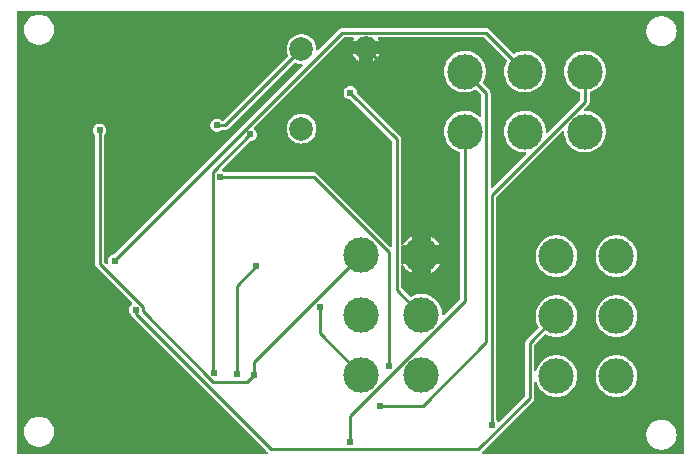
<source format=gbl>
G04 Layer: BottomLayer*
G04 EasyEDA v6.5.46, 2025-07-23 17:18:39*
G04 4d1536246bbc4f27acf5b42e0466264c,7be8f16a26344db1bf46185b0a727cd7,10*
G04 Gerber Generator version 0.2*
G04 Scale: 100 percent, Rotated: No, Reflected: No *
G04 Dimensions in millimeters *
G04 leading zeros omitted , absolute positions ,4 integer and 5 decimal *
%FSLAX45Y45*%
%MOMM*%

%ADD10C,0.2540*%
%ADD11C,2.0000*%
%ADD12C,3.0000*%
%ADD13C,0.6100*%

%LPD*%
G36*
X736092Y2325878D02*
G01*
X732180Y2326690D01*
X728878Y2328875D01*
X726694Y2332177D01*
X725932Y2336038D01*
X725932Y6063894D01*
X726694Y6067806D01*
X728878Y6071108D01*
X732180Y6073292D01*
X736092Y6074054D01*
X6363919Y6074054D01*
X6367830Y6073292D01*
X6371082Y6071108D01*
X6373317Y6067806D01*
X6374079Y6063894D01*
X6374079Y2336038D01*
X6373317Y2332177D01*
X6371082Y2328875D01*
X6367830Y2326690D01*
X6363919Y2325878D01*
X4671212Y2325878D01*
X4667300Y2326690D01*
X4663998Y2328875D01*
X4661814Y2332177D01*
X4661052Y2336038D01*
X4661814Y2339949D01*
X4663998Y2343251D01*
X5096560Y2775813D01*
X5101691Y2782011D01*
X5105247Y2788716D01*
X5107432Y2795930D01*
X5108244Y2803956D01*
X5108244Y2929229D01*
X5109006Y2933192D01*
X5111292Y2936544D01*
X5114747Y2938729D01*
X5118709Y2939389D01*
X5122672Y2938475D01*
X5125923Y2936036D01*
X5127955Y2932582D01*
X5132984Y2918256D01*
X5140655Y2901848D01*
X5149951Y2886303D01*
X5160822Y2871825D01*
X5173116Y2858516D01*
X5186730Y2846578D01*
X5201513Y2836062D01*
X5217261Y2827172D01*
X5233873Y2819908D01*
X5251094Y2814421D01*
X5268823Y2810713D01*
X5286857Y2808833D01*
X5304942Y2808833D01*
X5322976Y2810713D01*
X5340705Y2814421D01*
X5357926Y2819908D01*
X5374538Y2827172D01*
X5390286Y2836062D01*
X5405069Y2846578D01*
X5418683Y2858516D01*
X5430977Y2871825D01*
X5441848Y2886303D01*
X5451144Y2901848D01*
X5458815Y2918256D01*
X5464810Y2935325D01*
X5468924Y2952953D01*
X5471261Y2970936D01*
X5471718Y2989021D01*
X5470347Y3007106D01*
X5467096Y3024886D01*
X5462016Y3042310D01*
X5455208Y3059074D01*
X5446674Y3075025D01*
X5436565Y3090062D01*
X5424982Y3103981D01*
X5412028Y3116630D01*
X5397804Y3127857D01*
X5382514Y3137560D01*
X5366359Y3145688D01*
X5349392Y3152038D01*
X5331866Y3156661D01*
X5313984Y3159455D01*
X5295900Y3160369D01*
X5277815Y3159455D01*
X5259933Y3156661D01*
X5242407Y3152038D01*
X5225440Y3145688D01*
X5209286Y3137560D01*
X5193995Y3127857D01*
X5179771Y3116630D01*
X5166817Y3103981D01*
X5155234Y3090062D01*
X5145125Y3075025D01*
X5136591Y3059074D01*
X5129784Y3042310D01*
X5128158Y3036671D01*
X5126228Y3033014D01*
X5122976Y3030474D01*
X5119014Y3029356D01*
X5114950Y3029966D01*
X5111445Y3032099D01*
X5109057Y3035503D01*
X5108244Y3039516D01*
X5108244Y3246018D01*
X5109006Y3249879D01*
X5111191Y3253181D01*
X5196433Y3338423D01*
X5200091Y3340760D01*
X5204409Y3341370D01*
X5208574Y3340049D01*
X5217261Y3335172D01*
X5233873Y3327908D01*
X5251094Y3322421D01*
X5268823Y3318713D01*
X5286857Y3316833D01*
X5304942Y3316833D01*
X5322976Y3318713D01*
X5340705Y3322421D01*
X5357926Y3327908D01*
X5374538Y3335172D01*
X5390286Y3344062D01*
X5405069Y3354578D01*
X5418683Y3366515D01*
X5430977Y3379825D01*
X5441848Y3394303D01*
X5451144Y3409848D01*
X5458815Y3426256D01*
X5464810Y3443325D01*
X5468924Y3460953D01*
X5471261Y3478936D01*
X5471718Y3497021D01*
X5470347Y3515106D01*
X5467096Y3532886D01*
X5462016Y3550310D01*
X5455208Y3567074D01*
X5446674Y3583025D01*
X5436565Y3598062D01*
X5424982Y3611981D01*
X5412028Y3624630D01*
X5397804Y3635857D01*
X5382514Y3645560D01*
X5366359Y3653688D01*
X5349392Y3660038D01*
X5331866Y3664661D01*
X5313984Y3667455D01*
X5295900Y3668369D01*
X5277815Y3667455D01*
X5259933Y3664661D01*
X5242407Y3660038D01*
X5225440Y3653688D01*
X5209286Y3645560D01*
X5193995Y3635857D01*
X5179771Y3624630D01*
X5166817Y3611981D01*
X5155234Y3598062D01*
X5145125Y3583025D01*
X5136591Y3567074D01*
X5129784Y3550310D01*
X5124704Y3532886D01*
X5121452Y3515106D01*
X5120081Y3497021D01*
X5120538Y3478936D01*
X5122875Y3460953D01*
X5126990Y3443325D01*
X5132984Y3426256D01*
X5140655Y3409848D01*
X5143296Y3405378D01*
X5144719Y3401161D01*
X5144160Y3396742D01*
X5141772Y3392982D01*
X5042662Y3293872D01*
X5037531Y3287623D01*
X5033975Y3280968D01*
X5031790Y3273755D01*
X5031028Y3265728D01*
X5031028Y2823667D01*
X5030216Y2819755D01*
X5028031Y2816453D01*
X4811369Y2599791D01*
X4807661Y2597454D01*
X4803292Y2596845D01*
X4799076Y2598166D01*
X4795875Y2601163D01*
X4790795Y2608427D01*
X4789170Y2610002D01*
X4786985Y2613304D01*
X4786223Y2617216D01*
X4786223Y4496663D01*
X4786985Y4500524D01*
X4789170Y4503826D01*
X5344210Y5058867D01*
X5347512Y5061051D01*
X5351373Y5061813D01*
X5355285Y5061051D01*
X5358587Y5058867D01*
X5360771Y5055565D01*
X5361533Y5051653D01*
X5361533Y5045557D01*
X5363413Y5027523D01*
X5367121Y5009794D01*
X5372608Y4992573D01*
X5379872Y4975961D01*
X5388762Y4960213D01*
X5399278Y4945430D01*
X5411216Y4931816D01*
X5424525Y4919522D01*
X5439003Y4908651D01*
X5454548Y4899355D01*
X5470956Y4891684D01*
X5488025Y4885690D01*
X5505653Y4881575D01*
X5523636Y4879238D01*
X5541721Y4878781D01*
X5559806Y4880152D01*
X5577586Y4883404D01*
X5595010Y4888484D01*
X5611774Y4895291D01*
X5627725Y4903825D01*
X5642762Y4913934D01*
X5656681Y4925517D01*
X5669330Y4938471D01*
X5680557Y4952695D01*
X5690260Y4967986D01*
X5698388Y4984140D01*
X5704738Y5001107D01*
X5709361Y5018633D01*
X5712155Y5036515D01*
X5713069Y5054600D01*
X5712155Y5072684D01*
X5709361Y5090566D01*
X5704738Y5108092D01*
X5698388Y5125059D01*
X5690260Y5141214D01*
X5680557Y5156504D01*
X5669330Y5170728D01*
X5656681Y5183682D01*
X5642762Y5195265D01*
X5627725Y5205374D01*
X5611774Y5213908D01*
X5595010Y5220716D01*
X5577586Y5225796D01*
X5559806Y5229047D01*
X5541721Y5230418D01*
X5536590Y5231079D01*
X5533186Y5233263D01*
X5530951Y5236565D01*
X5530088Y5240477D01*
X5530850Y5244388D01*
X5533085Y5247741D01*
X5564174Y5278831D01*
X5569254Y5285028D01*
X5572810Y5291734D01*
X5575046Y5298948D01*
X5575808Y5306974D01*
X5575808Y5383276D01*
X5576722Y5387492D01*
X5579313Y5390946D01*
X5583123Y5393029D01*
X5595010Y5396484D01*
X5611774Y5403291D01*
X5627725Y5411825D01*
X5642762Y5421934D01*
X5656681Y5433517D01*
X5669330Y5446471D01*
X5680557Y5460695D01*
X5690260Y5475986D01*
X5698388Y5492140D01*
X5704738Y5509107D01*
X5709361Y5526633D01*
X5712155Y5544515D01*
X5713069Y5562600D01*
X5712155Y5580684D01*
X5709361Y5598566D01*
X5704738Y5616092D01*
X5698388Y5633059D01*
X5690260Y5649214D01*
X5680557Y5664504D01*
X5669330Y5678728D01*
X5656681Y5691682D01*
X5642762Y5703265D01*
X5627725Y5713374D01*
X5611774Y5721908D01*
X5595010Y5728716D01*
X5577586Y5733796D01*
X5559806Y5737047D01*
X5541721Y5738418D01*
X5523636Y5737961D01*
X5505653Y5735624D01*
X5488025Y5731510D01*
X5470956Y5725515D01*
X5454548Y5717844D01*
X5439003Y5708548D01*
X5424525Y5697677D01*
X5411216Y5685383D01*
X5399278Y5671769D01*
X5388762Y5656986D01*
X5379872Y5641238D01*
X5372608Y5624626D01*
X5367121Y5607405D01*
X5363413Y5589676D01*
X5361533Y5571642D01*
X5361533Y5553557D01*
X5363413Y5535523D01*
X5367121Y5517794D01*
X5372608Y5500573D01*
X5379872Y5483961D01*
X5388762Y5468213D01*
X5399278Y5453430D01*
X5411216Y5439816D01*
X5424525Y5427522D01*
X5439003Y5416651D01*
X5454548Y5407355D01*
X5470956Y5399684D01*
X5488025Y5393690D01*
X5490768Y5393080D01*
X5494832Y5391099D01*
X5497576Y5387594D01*
X5498592Y5383174D01*
X5498592Y5326684D01*
X5497830Y5322773D01*
X5495594Y5319471D01*
X5222392Y5046268D01*
X5219039Y5044033D01*
X5215026Y5043271D01*
X5211064Y5044135D01*
X5207762Y5046522D01*
X5205679Y5049977D01*
X5205069Y5054600D01*
X5204155Y5072684D01*
X5201361Y5090566D01*
X5196738Y5108092D01*
X5190388Y5125059D01*
X5182260Y5141214D01*
X5172557Y5156504D01*
X5161330Y5170728D01*
X5148681Y5183682D01*
X5134762Y5195265D01*
X5119725Y5205374D01*
X5103774Y5213908D01*
X5087010Y5220716D01*
X5069586Y5225796D01*
X5051806Y5229047D01*
X5033721Y5230418D01*
X5015636Y5229961D01*
X4997653Y5227624D01*
X4980025Y5223510D01*
X4962956Y5217515D01*
X4946548Y5209844D01*
X4931003Y5200548D01*
X4916525Y5189677D01*
X4903216Y5177383D01*
X4891278Y5163769D01*
X4880762Y5148986D01*
X4871872Y5133238D01*
X4864608Y5116626D01*
X4859121Y5099405D01*
X4855413Y5081676D01*
X4853533Y5063642D01*
X4853533Y5045557D01*
X4855413Y5027523D01*
X4859121Y5009794D01*
X4864608Y4992573D01*
X4871872Y4975961D01*
X4880762Y4960213D01*
X4891278Y4945430D01*
X4903216Y4931816D01*
X4916525Y4919522D01*
X4931003Y4908651D01*
X4946548Y4899355D01*
X4962956Y4891684D01*
X4980025Y4885690D01*
X4997653Y4881575D01*
X5015636Y4879238D01*
X5030724Y4878832D01*
X5034534Y4877968D01*
X5037734Y4875733D01*
X5039868Y4872431D01*
X5040630Y4868621D01*
X5039817Y4864760D01*
X5037632Y4861509D01*
X4755235Y4579112D01*
X4751984Y4576927D01*
X4748072Y4576165D01*
X4744212Y4576927D01*
X4740910Y4579112D01*
X4738674Y4582414D01*
X4737912Y4586325D01*
X4737912Y5383987D01*
X4737150Y5392013D01*
X4734915Y5399227D01*
X4731359Y5405932D01*
X4726279Y5412130D01*
X4675428Y5462981D01*
X4673447Y5465775D01*
X4672533Y5469026D01*
X4672736Y5472430D01*
X4674260Y5475986D01*
X4682388Y5492140D01*
X4688738Y5509107D01*
X4693361Y5526633D01*
X4696155Y5544515D01*
X4697069Y5562600D01*
X4696155Y5580684D01*
X4693361Y5598566D01*
X4688738Y5616092D01*
X4682388Y5633059D01*
X4674260Y5649214D01*
X4664557Y5664504D01*
X4653330Y5678728D01*
X4640681Y5691682D01*
X4626762Y5703265D01*
X4611725Y5713374D01*
X4595774Y5721908D01*
X4579010Y5728716D01*
X4561586Y5733796D01*
X4543806Y5737047D01*
X4525721Y5738418D01*
X4507636Y5737961D01*
X4489653Y5735624D01*
X4472025Y5731510D01*
X4454956Y5725515D01*
X4438548Y5717844D01*
X4423003Y5708548D01*
X4408525Y5697677D01*
X4395216Y5685383D01*
X4383278Y5671769D01*
X4372762Y5656986D01*
X4363872Y5641238D01*
X4356608Y5624626D01*
X4351121Y5607405D01*
X4347413Y5589676D01*
X4345533Y5571642D01*
X4345533Y5553557D01*
X4347413Y5535523D01*
X4351121Y5517794D01*
X4356608Y5500573D01*
X4363872Y5483961D01*
X4372762Y5468213D01*
X4383278Y5453430D01*
X4395216Y5439816D01*
X4408525Y5427522D01*
X4423003Y5416651D01*
X4438548Y5407355D01*
X4454956Y5399684D01*
X4472025Y5393690D01*
X4489653Y5389575D01*
X4507636Y5387238D01*
X4525721Y5386781D01*
X4543806Y5388152D01*
X4561586Y5391404D01*
X4579010Y5396484D01*
X4595774Y5403291D01*
X4608779Y5410250D01*
X4612894Y5411419D01*
X4617161Y5410758D01*
X4620768Y5408422D01*
X4657699Y5371490D01*
X4659934Y5368188D01*
X4660696Y5364276D01*
X4660696Y5188102D01*
X4659934Y5184241D01*
X4657699Y5180888D01*
X4654346Y5178704D01*
X4650435Y5177942D01*
X4646574Y5178806D01*
X4643272Y5181041D01*
X4640681Y5183682D01*
X4626762Y5195265D01*
X4611725Y5205374D01*
X4595774Y5213908D01*
X4579010Y5220716D01*
X4561586Y5225796D01*
X4543806Y5229047D01*
X4525721Y5230418D01*
X4507636Y5229961D01*
X4489653Y5227624D01*
X4472025Y5223510D01*
X4454956Y5217515D01*
X4438548Y5209844D01*
X4423003Y5200548D01*
X4408525Y5189677D01*
X4395216Y5177383D01*
X4383278Y5163769D01*
X4372762Y5148986D01*
X4363872Y5133238D01*
X4356608Y5116626D01*
X4351121Y5099405D01*
X4347413Y5081676D01*
X4345533Y5063642D01*
X4345533Y5045557D01*
X4347413Y5027523D01*
X4351121Y5009794D01*
X4356608Y4992573D01*
X4363872Y4975961D01*
X4372762Y4960213D01*
X4383278Y4945430D01*
X4395216Y4931816D01*
X4408525Y4919522D01*
X4423003Y4908651D01*
X4438548Y4899355D01*
X4454956Y4891684D01*
X4472025Y4885690D01*
X4474768Y4885080D01*
X4478832Y4883099D01*
X4481576Y4879594D01*
X4482592Y4875174D01*
X4482592Y3641801D01*
X4481830Y3637889D01*
X4479594Y3634587D01*
X4346041Y3501034D01*
X4342688Y3498799D01*
X4338777Y3498037D01*
X4334865Y3498850D01*
X4331563Y3501136D01*
X4329379Y3504539D01*
X4328718Y3509721D01*
X4327347Y3527806D01*
X4324096Y3545586D01*
X4319016Y3563010D01*
X4312208Y3579774D01*
X4303674Y3595725D01*
X4293565Y3610762D01*
X4281982Y3624681D01*
X4269028Y3637330D01*
X4254804Y3648557D01*
X4239514Y3658260D01*
X4223359Y3666388D01*
X4206392Y3672738D01*
X4188866Y3677361D01*
X4170984Y3680155D01*
X4152900Y3681069D01*
X4134815Y3680155D01*
X4116933Y3677361D01*
X4099407Y3672738D01*
X4082440Y3666388D01*
X4065879Y3658057D01*
X4062729Y3656736D01*
X4059326Y3656533D01*
X4056075Y3657447D01*
X4053281Y3659428D01*
X3984447Y3728262D01*
X3982262Y3731564D01*
X3981500Y3735425D01*
X3981500Y3920794D01*
X3982415Y3925062D01*
X3985056Y3928567D01*
X3988917Y3930599D01*
X3993286Y3930802D01*
X3997350Y3929176D01*
X4000347Y3926027D01*
X4006951Y3915003D01*
X4017822Y3900525D01*
X4030116Y3887215D01*
X4043730Y3875278D01*
X4058513Y3864762D01*
X4071569Y3857396D01*
X4071569Y3931869D01*
X3991660Y3931869D01*
X3987749Y3932631D01*
X3984447Y3934815D01*
X3982262Y3938117D01*
X3981500Y3942029D01*
X3981500Y4084370D01*
X3982262Y4088282D01*
X3984447Y4091584D01*
X3987749Y4093768D01*
X3991660Y4094530D01*
X4071569Y4094530D01*
X4071569Y4168901D01*
X4066286Y4166260D01*
X4050995Y4156557D01*
X4036771Y4145330D01*
X4023817Y4132681D01*
X4012234Y4118762D01*
X4002125Y4103725D01*
X4000601Y4100931D01*
X3997706Y4097578D01*
X3993642Y4095750D01*
X3989171Y4095851D01*
X3985209Y4097832D01*
X3982465Y4101388D01*
X3981500Y4105706D01*
X3981500Y4991658D01*
X3980687Y4999685D01*
X3978503Y5006898D01*
X3974947Y5013604D01*
X3969816Y5019802D01*
X3609340Y5380278D01*
X3607308Y5383174D01*
X3606393Y5386578D01*
X3605682Y5394655D01*
X3603142Y5404154D01*
X3599027Y5413044D01*
X3593388Y5421071D01*
X3586429Y5428030D01*
X3578351Y5433669D01*
X3569462Y5437835D01*
X3559962Y5440375D01*
X3550208Y5441238D01*
X3540404Y5440375D01*
X3530904Y5437835D01*
X3522014Y5433669D01*
X3513937Y5428030D01*
X3507028Y5421071D01*
X3501390Y5413044D01*
X3497224Y5404154D01*
X3494684Y5394655D01*
X3493820Y5384850D01*
X3494684Y5375046D01*
X3497224Y5365546D01*
X3501390Y5356656D01*
X3507028Y5348630D01*
X3513937Y5341670D01*
X3522014Y5336032D01*
X3530904Y5331866D01*
X3540404Y5329326D01*
X3548430Y5328615D01*
X3551834Y5327700D01*
X3554729Y5325719D01*
X3901287Y4979162D01*
X3903472Y4975860D01*
X3904284Y4971948D01*
X3904284Y4088790D01*
X3903472Y4084929D01*
X3901287Y4081627D01*
X3897985Y4079392D01*
X3894124Y4078630D01*
X3890213Y4079392D01*
X3886911Y4081627D01*
X3270453Y4698085D01*
X3264204Y4703216D01*
X3257550Y4706772D01*
X3250336Y4708956D01*
X3242310Y4709718D01*
X2488133Y4709718D01*
X2484221Y4710531D01*
X2480919Y4712716D01*
X2479344Y4714341D01*
X2471267Y4719929D01*
X2467610Y4721656D01*
X2464511Y4723942D01*
X2462428Y4727244D01*
X2461768Y4731054D01*
X2462580Y4734814D01*
X2464765Y4738065D01*
X2698496Y4971796D01*
X2701391Y4973828D01*
X2704795Y4974742D01*
X2712821Y4975453D01*
X2722321Y4977993D01*
X2731211Y4982159D01*
X2739288Y4987747D01*
X2746248Y4994706D01*
X2751886Y5002784D01*
X2756001Y5011674D01*
X2758541Y5021173D01*
X2759405Y5030927D01*
X2758541Y5040731D01*
X2756001Y5050231D01*
X2751886Y5059121D01*
X2746248Y5067198D01*
X2739288Y5074158D01*
X2736697Y5075936D01*
X2733700Y5079187D01*
X2732379Y5083403D01*
X2732938Y5087772D01*
X2735326Y5091480D01*
X3496157Y5852312D01*
X3499459Y5854496D01*
X3503371Y5855258D01*
X3572611Y5855258D01*
X3576980Y5854293D01*
X3580536Y5851499D01*
X3582517Y5847435D01*
X3582517Y5842914D01*
X3580587Y5838850D01*
X3579418Y5837326D01*
X3571544Y5824321D01*
X3570579Y5822137D01*
X3626662Y5822137D01*
X3626662Y5845098D01*
X3627424Y5849010D01*
X3629609Y5852312D01*
X3632911Y5854496D01*
X3636822Y5855258D01*
X3729177Y5855258D01*
X3733088Y5854496D01*
X3736390Y5852312D01*
X3738575Y5849010D01*
X3739337Y5845098D01*
X3739337Y5822137D01*
X3795420Y5822137D01*
X3794455Y5824321D01*
X3786581Y5837326D01*
X3785412Y5838850D01*
X3783482Y5842914D01*
X3783482Y5847435D01*
X3785463Y5851499D01*
X3789019Y5854293D01*
X3793388Y5855258D01*
X4677714Y5855258D01*
X4681575Y5854496D01*
X4684877Y5852312D01*
X4875123Y5662117D01*
X4877460Y5658408D01*
X4878070Y5654090D01*
X4876749Y5649925D01*
X4871872Y5641238D01*
X4864608Y5624626D01*
X4859121Y5607405D01*
X4855413Y5589676D01*
X4853533Y5571642D01*
X4853533Y5553557D01*
X4855413Y5535523D01*
X4859121Y5517794D01*
X4864608Y5500573D01*
X4871872Y5483961D01*
X4880762Y5468213D01*
X4891278Y5453430D01*
X4903216Y5439816D01*
X4916525Y5427522D01*
X4931003Y5416651D01*
X4946548Y5407355D01*
X4962956Y5399684D01*
X4980025Y5393690D01*
X4997653Y5389575D01*
X5015636Y5387238D01*
X5033721Y5386781D01*
X5051806Y5388152D01*
X5069586Y5391404D01*
X5087010Y5396484D01*
X5103774Y5403291D01*
X5119725Y5411825D01*
X5134762Y5421934D01*
X5148681Y5433517D01*
X5161330Y5446471D01*
X5172557Y5460695D01*
X5182260Y5475986D01*
X5190388Y5492140D01*
X5196738Y5509107D01*
X5201361Y5526633D01*
X5204155Y5544515D01*
X5205069Y5562600D01*
X5204155Y5580684D01*
X5201361Y5598566D01*
X5196738Y5616092D01*
X5190388Y5633059D01*
X5182260Y5649214D01*
X5172557Y5664504D01*
X5161330Y5678728D01*
X5148681Y5691682D01*
X5134762Y5703265D01*
X5119725Y5713374D01*
X5103774Y5721908D01*
X5087010Y5728716D01*
X5069586Y5733796D01*
X5051806Y5737047D01*
X5033721Y5738418D01*
X5015636Y5737961D01*
X4997653Y5735624D01*
X4980025Y5731510D01*
X4962956Y5725515D01*
X4946548Y5717844D01*
X4942078Y5715203D01*
X4937861Y5713780D01*
X4933442Y5714339D01*
X4929682Y5716727D01*
X4725568Y5920841D01*
X4719320Y5925972D01*
X4712665Y5929528D01*
X4705451Y5931712D01*
X4697425Y5932474D01*
X3483660Y5932474D01*
X3475634Y5931712D01*
X3468420Y5929528D01*
X3461715Y5925972D01*
X3455517Y5920841D01*
X3280105Y5745480D01*
X3276904Y5743295D01*
X3273145Y5742482D01*
X3269335Y5743143D01*
X3266033Y5745175D01*
X3263747Y5748324D01*
X3262782Y5752084D01*
X3261867Y5768289D01*
X3259124Y5783224D01*
X3254603Y5797753D01*
X3248355Y5811621D01*
X3240481Y5824626D01*
X3231134Y5836564D01*
X3220364Y5847334D01*
X3208426Y5856681D01*
X3195421Y5864555D01*
X3181553Y5870803D01*
X3167024Y5875324D01*
X3152089Y5878068D01*
X3136900Y5878982D01*
X3121710Y5878068D01*
X3106775Y5875324D01*
X3092246Y5870803D01*
X3078378Y5864555D01*
X3065373Y5856681D01*
X3053435Y5847334D01*
X3042666Y5836564D01*
X3033318Y5824626D01*
X3025444Y5811621D01*
X3019196Y5797753D01*
X3014675Y5783224D01*
X3011932Y5768289D01*
X3011017Y5753100D01*
X3011932Y5737910D01*
X3014675Y5722975D01*
X3019196Y5708446D01*
X3022041Y5702096D01*
X3022955Y5698134D01*
X3022193Y5694172D01*
X3019958Y5690768D01*
X2479852Y5150662D01*
X2476550Y5148427D01*
X2472639Y5147665D01*
X2465933Y5147665D01*
X2462022Y5148427D01*
X2458720Y5150662D01*
X2457145Y5152237D01*
X2449068Y5157876D01*
X2440178Y5162042D01*
X2430678Y5164582D01*
X2420924Y5165445D01*
X2411120Y5164582D01*
X2401620Y5162042D01*
X2392730Y5157876D01*
X2384653Y5152237D01*
X2377744Y5145278D01*
X2372106Y5137251D01*
X2367940Y5128361D01*
X2365400Y5118862D01*
X2364536Y5109057D01*
X2365400Y5099253D01*
X2367940Y5089753D01*
X2372106Y5080863D01*
X2377744Y5072837D01*
X2384653Y5065877D01*
X2392730Y5060238D01*
X2401620Y5056073D01*
X2411120Y5053533D01*
X2420924Y5052669D01*
X2430678Y5053533D01*
X2440178Y5056073D01*
X2449068Y5060238D01*
X2457145Y5065877D01*
X2458720Y5067452D01*
X2462022Y5069687D01*
X2465933Y5070449D01*
X2492349Y5070449D01*
X2500376Y5071262D01*
X2507640Y5073446D01*
X2514295Y5077002D01*
X2520492Y5082133D01*
X3074568Y5636158D01*
X3077972Y5638393D01*
X3081934Y5639155D01*
X3085896Y5638241D01*
X3092246Y5635396D01*
X3106775Y5630875D01*
X3121710Y5628132D01*
X3137916Y5627217D01*
X3141675Y5626252D01*
X3144824Y5623966D01*
X3146856Y5620664D01*
X3147517Y5616854D01*
X3146704Y5613095D01*
X3144520Y5609894D01*
X1554581Y4019905D01*
X1551686Y4017873D01*
X1548282Y4016959D01*
X1545234Y4016705D01*
X1535785Y4014165D01*
X1526844Y4009999D01*
X1518818Y4004360D01*
X1511858Y3997401D01*
X1506220Y3989374D01*
X1502054Y3980484D01*
X1499514Y3970985D01*
X1498650Y3961180D01*
X1499514Y3951376D01*
X1501444Y3944264D01*
X1501648Y3939895D01*
X1499920Y3935831D01*
X1496720Y3932834D01*
X1492504Y3931513D01*
X1488135Y3932123D01*
X1484426Y3934460D01*
X1469186Y3949700D01*
X1467002Y3953001D01*
X1466240Y3956913D01*
X1466240Y5021681D01*
X1467002Y5025593D01*
X1469186Y5028895D01*
X1470812Y5030470D01*
X1476451Y5038547D01*
X1480566Y5047437D01*
X1483106Y5056936D01*
X1483969Y5066690D01*
X1483106Y5076494D01*
X1480566Y5085994D01*
X1476451Y5094884D01*
X1470812Y5102961D01*
X1463852Y5109921D01*
X1455775Y5115509D01*
X1446885Y5119674D01*
X1437386Y5122214D01*
X1427632Y5123078D01*
X1417828Y5122214D01*
X1408328Y5119674D01*
X1399438Y5115509D01*
X1391361Y5109921D01*
X1384452Y5102961D01*
X1378813Y5094884D01*
X1374648Y5085994D01*
X1372108Y5076494D01*
X1371244Y5066690D01*
X1372108Y5056936D01*
X1374648Y5047437D01*
X1378813Y5038547D01*
X1384452Y5030470D01*
X1386027Y5028895D01*
X1388211Y5025593D01*
X1389024Y5021681D01*
X1389024Y3937203D01*
X1389786Y3929176D01*
X1391970Y3921963D01*
X1395526Y3915257D01*
X1400657Y3909060D01*
X1701444Y3608273D01*
X1703832Y3604564D01*
X1704390Y3600196D01*
X1703070Y3595979D01*
X1700072Y3592728D01*
X1697482Y3590950D01*
X1690573Y3583990D01*
X1684934Y3575913D01*
X1680768Y3567023D01*
X1678228Y3557524D01*
X1677365Y3547719D01*
X1678228Y3537965D01*
X1680768Y3528466D01*
X1684934Y3519576D01*
X1690573Y3511499D01*
X1693570Y3508501D01*
X1695094Y3506520D01*
X1696110Y3504285D01*
X1698091Y3497630D01*
X1701647Y3490976D01*
X1706778Y3484727D01*
X2848254Y2343251D01*
X2850489Y2339949D01*
X2851251Y2336038D01*
X2850489Y2332177D01*
X2848254Y2328875D01*
X2844952Y2326690D01*
X2841091Y2325878D01*
G37*

%LPC*%
G36*
X6184900Y2361692D02*
G01*
X6200292Y2362657D01*
X6215430Y2365400D01*
X6230112Y2369972D01*
X6244132Y2376322D01*
X6257340Y2384298D01*
X6269431Y2393797D01*
X6280302Y2404668D01*
X6289802Y2416759D01*
X6297777Y2429967D01*
X6304127Y2443988D01*
X6308699Y2458669D01*
X6311442Y2473807D01*
X6312408Y2489200D01*
X6311442Y2504592D01*
X6308699Y2519730D01*
X6304127Y2534412D01*
X6297777Y2548432D01*
X6289802Y2561640D01*
X6280302Y2573731D01*
X6269431Y2584602D01*
X6257340Y2594102D01*
X6244132Y2602077D01*
X6230112Y2608427D01*
X6215430Y2612999D01*
X6200292Y2615742D01*
X6184900Y2616708D01*
X6169507Y2615742D01*
X6154369Y2612999D01*
X6139688Y2608427D01*
X6125667Y2602077D01*
X6112459Y2594102D01*
X6100368Y2584602D01*
X6089497Y2573731D01*
X6079998Y2561640D01*
X6072022Y2548432D01*
X6065672Y2534412D01*
X6061100Y2519730D01*
X6058357Y2504592D01*
X6057392Y2489200D01*
X6058357Y2473807D01*
X6061100Y2458669D01*
X6065672Y2443988D01*
X6072022Y2429967D01*
X6079998Y2416759D01*
X6089497Y2404668D01*
X6100368Y2393797D01*
X6112459Y2384298D01*
X6125667Y2376322D01*
X6139688Y2369972D01*
X6154369Y2365400D01*
X6169507Y2362657D01*
G37*
G36*
X914400Y2387092D02*
G01*
X929792Y2388057D01*
X944930Y2390800D01*
X959612Y2395372D01*
X973632Y2401722D01*
X986840Y2409698D01*
X998931Y2419197D01*
X1009802Y2430068D01*
X1019302Y2442159D01*
X1027277Y2455367D01*
X1033627Y2469388D01*
X1038199Y2484069D01*
X1040942Y2499207D01*
X1041908Y2514600D01*
X1040942Y2529992D01*
X1038199Y2545130D01*
X1033627Y2559812D01*
X1027277Y2573832D01*
X1019302Y2587040D01*
X1009802Y2599131D01*
X998931Y2610002D01*
X986840Y2619502D01*
X973632Y2627477D01*
X959612Y2633827D01*
X944930Y2638399D01*
X929792Y2641142D01*
X914400Y2642108D01*
X899007Y2641142D01*
X883869Y2638399D01*
X869187Y2633827D01*
X855167Y2627477D01*
X841959Y2619502D01*
X829868Y2610002D01*
X818997Y2599131D01*
X809498Y2587040D01*
X801522Y2573832D01*
X795172Y2559812D01*
X790600Y2545130D01*
X787857Y2529992D01*
X786892Y2514600D01*
X787857Y2499207D01*
X790600Y2484069D01*
X795172Y2469388D01*
X801522Y2455367D01*
X809498Y2442159D01*
X818997Y2430068D01*
X829868Y2419197D01*
X841959Y2409698D01*
X855167Y2401722D01*
X869187Y2395372D01*
X883869Y2390800D01*
X899007Y2388057D01*
G37*
G36*
X5794857Y2808833D02*
G01*
X5812942Y2808833D01*
X5830976Y2810713D01*
X5848705Y2814421D01*
X5865926Y2819908D01*
X5882538Y2827172D01*
X5898286Y2836062D01*
X5913069Y2846578D01*
X5926683Y2858516D01*
X5938977Y2871825D01*
X5949848Y2886303D01*
X5959144Y2901848D01*
X5966815Y2918256D01*
X5972810Y2935325D01*
X5976924Y2952953D01*
X5979261Y2970936D01*
X5979718Y2989021D01*
X5978347Y3007106D01*
X5975096Y3024886D01*
X5970016Y3042310D01*
X5963208Y3059074D01*
X5954674Y3075025D01*
X5944565Y3090062D01*
X5932982Y3103981D01*
X5920028Y3116630D01*
X5905804Y3127857D01*
X5890514Y3137560D01*
X5874359Y3145688D01*
X5857392Y3152038D01*
X5839866Y3156661D01*
X5821984Y3159455D01*
X5803900Y3160369D01*
X5785815Y3159455D01*
X5767933Y3156661D01*
X5750407Y3152038D01*
X5733440Y3145688D01*
X5717286Y3137560D01*
X5701995Y3127857D01*
X5687771Y3116630D01*
X5674817Y3103981D01*
X5663234Y3090062D01*
X5653125Y3075025D01*
X5644591Y3059074D01*
X5637784Y3042310D01*
X5632704Y3024886D01*
X5629452Y3007106D01*
X5628081Y2989021D01*
X5628538Y2970936D01*
X5630875Y2952953D01*
X5634990Y2935325D01*
X5640984Y2918256D01*
X5648655Y2901848D01*
X5657951Y2886303D01*
X5668822Y2871825D01*
X5681116Y2858516D01*
X5694730Y2846578D01*
X5709513Y2836062D01*
X5725261Y2827172D01*
X5741873Y2819908D01*
X5759094Y2814421D01*
X5776823Y2810713D01*
G37*
G36*
X5794857Y3316833D02*
G01*
X5812942Y3316833D01*
X5830976Y3318713D01*
X5848705Y3322421D01*
X5865926Y3327908D01*
X5882538Y3335172D01*
X5898286Y3344062D01*
X5913069Y3354578D01*
X5926683Y3366515D01*
X5938977Y3379825D01*
X5949848Y3394303D01*
X5959144Y3409848D01*
X5966815Y3426256D01*
X5972810Y3443325D01*
X5976924Y3460953D01*
X5979261Y3478936D01*
X5979718Y3497021D01*
X5978347Y3515106D01*
X5975096Y3532886D01*
X5970016Y3550310D01*
X5963208Y3567074D01*
X5954674Y3583025D01*
X5944565Y3598062D01*
X5932982Y3611981D01*
X5920028Y3624630D01*
X5905804Y3635857D01*
X5890514Y3645560D01*
X5874359Y3653688D01*
X5857392Y3660038D01*
X5839866Y3664661D01*
X5821984Y3667455D01*
X5803900Y3668369D01*
X5785815Y3667455D01*
X5767933Y3664661D01*
X5750407Y3660038D01*
X5733440Y3653688D01*
X5717286Y3645560D01*
X5701995Y3635857D01*
X5687771Y3624630D01*
X5674817Y3611981D01*
X5663234Y3598062D01*
X5653125Y3583025D01*
X5644591Y3567074D01*
X5637784Y3550310D01*
X5632704Y3532886D01*
X5629452Y3515106D01*
X5628081Y3497021D01*
X5628538Y3478936D01*
X5630875Y3460953D01*
X5634990Y3443325D01*
X5640984Y3426256D01*
X5648655Y3409848D01*
X5657951Y3394303D01*
X5668822Y3379825D01*
X5681116Y3366515D01*
X5694730Y3354578D01*
X5709513Y3344062D01*
X5725261Y3335172D01*
X5741873Y3327908D01*
X5759094Y3322421D01*
X5776823Y3318713D01*
G37*
G36*
X5794857Y3824833D02*
G01*
X5812942Y3824833D01*
X5830976Y3826713D01*
X5848705Y3830421D01*
X5865926Y3835908D01*
X5882538Y3843172D01*
X5898286Y3852062D01*
X5913069Y3862578D01*
X5926683Y3874515D01*
X5938977Y3887825D01*
X5949848Y3902303D01*
X5959144Y3917848D01*
X5966815Y3934256D01*
X5972810Y3951325D01*
X5976924Y3968953D01*
X5979261Y3986936D01*
X5979718Y4005021D01*
X5978347Y4023106D01*
X5975096Y4040886D01*
X5970016Y4058310D01*
X5963208Y4075074D01*
X5954674Y4091025D01*
X5944565Y4106062D01*
X5932982Y4119981D01*
X5920028Y4132630D01*
X5905804Y4143857D01*
X5890514Y4153560D01*
X5874359Y4161688D01*
X5857392Y4168038D01*
X5839866Y4172661D01*
X5821984Y4175455D01*
X5803900Y4176369D01*
X5785815Y4175455D01*
X5767933Y4172661D01*
X5750407Y4168038D01*
X5733440Y4161688D01*
X5717286Y4153560D01*
X5701995Y4143857D01*
X5687771Y4132630D01*
X5674817Y4119981D01*
X5663234Y4106062D01*
X5653125Y4091025D01*
X5644591Y4075074D01*
X5637784Y4058310D01*
X5632704Y4040886D01*
X5629452Y4023106D01*
X5628081Y4005021D01*
X5628538Y3986936D01*
X5630875Y3968953D01*
X5634990Y3951325D01*
X5640984Y3934256D01*
X5648655Y3917848D01*
X5657951Y3902303D01*
X5668822Y3887825D01*
X5681116Y3874515D01*
X5694730Y3862578D01*
X5709513Y3852062D01*
X5725261Y3843172D01*
X5741873Y3835908D01*
X5759094Y3830421D01*
X5776823Y3826713D01*
G37*
G36*
X5286857Y3824833D02*
G01*
X5304942Y3824833D01*
X5322976Y3826713D01*
X5340705Y3830421D01*
X5357926Y3835908D01*
X5374538Y3843172D01*
X5390286Y3852062D01*
X5405069Y3862578D01*
X5418683Y3874515D01*
X5430977Y3887825D01*
X5441848Y3902303D01*
X5451144Y3917848D01*
X5458815Y3934256D01*
X5464810Y3951325D01*
X5468924Y3968953D01*
X5471261Y3986936D01*
X5471718Y4005021D01*
X5470347Y4023106D01*
X5467096Y4040886D01*
X5462016Y4058310D01*
X5455208Y4075074D01*
X5446674Y4091025D01*
X5436565Y4106062D01*
X5424982Y4119981D01*
X5412028Y4132630D01*
X5397804Y4143857D01*
X5382514Y4153560D01*
X5366359Y4161688D01*
X5349392Y4168038D01*
X5331866Y4172661D01*
X5313984Y4175455D01*
X5295900Y4176369D01*
X5277815Y4175455D01*
X5259933Y4172661D01*
X5242407Y4168038D01*
X5225440Y4161688D01*
X5209286Y4153560D01*
X5193995Y4143857D01*
X5179771Y4132630D01*
X5166817Y4119981D01*
X5155234Y4106062D01*
X5145125Y4091025D01*
X5136591Y4075074D01*
X5129784Y4058310D01*
X5124704Y4040886D01*
X5121452Y4023106D01*
X5120081Y4005021D01*
X5120538Y3986936D01*
X5122875Y3968953D01*
X5126990Y3951325D01*
X5132984Y3934256D01*
X5140655Y3917848D01*
X5149951Y3902303D01*
X5160822Y3887825D01*
X5173116Y3874515D01*
X5186730Y3862578D01*
X5201513Y3852062D01*
X5217261Y3843172D01*
X5233873Y3835908D01*
X5251094Y3830421D01*
X5268823Y3826713D01*
G37*
G36*
X4234230Y3857396D02*
G01*
X4247286Y3864762D01*
X4262069Y3875278D01*
X4275683Y3887215D01*
X4287977Y3900525D01*
X4298848Y3915003D01*
X4308144Y3930548D01*
X4308754Y3931869D01*
X4234230Y3931869D01*
G37*
G36*
X4234230Y4094530D02*
G01*
X4308602Y4094530D01*
X4303674Y4103725D01*
X4293565Y4118762D01*
X4281982Y4132681D01*
X4269028Y4145330D01*
X4254804Y4156557D01*
X4239514Y4166260D01*
X4234230Y4168901D01*
G37*
G36*
X3136900Y4954117D02*
G01*
X3152089Y4955032D01*
X3167024Y4957775D01*
X3181553Y4962296D01*
X3195421Y4968544D01*
X3208426Y4976418D01*
X3220364Y4985766D01*
X3231134Y4996535D01*
X3240481Y5008473D01*
X3248355Y5021478D01*
X3254603Y5035346D01*
X3259124Y5049875D01*
X3261867Y5064810D01*
X3262782Y5080000D01*
X3261867Y5095189D01*
X3259124Y5110124D01*
X3254603Y5124653D01*
X3248355Y5138521D01*
X3240481Y5151526D01*
X3231134Y5163464D01*
X3220364Y5174234D01*
X3208426Y5183581D01*
X3195421Y5191455D01*
X3181553Y5197703D01*
X3167024Y5202224D01*
X3152089Y5204968D01*
X3136900Y5205882D01*
X3121710Y5204968D01*
X3106775Y5202224D01*
X3092246Y5197703D01*
X3078378Y5191455D01*
X3065373Y5183581D01*
X3053435Y5174234D01*
X3042666Y5163464D01*
X3033318Y5151526D01*
X3025444Y5138521D01*
X3019196Y5124653D01*
X3014675Y5110124D01*
X3011932Y5095189D01*
X3011017Y5080000D01*
X3011932Y5064810D01*
X3014675Y5049875D01*
X3019196Y5035346D01*
X3025444Y5021478D01*
X3033318Y5008473D01*
X3042666Y4996535D01*
X3053435Y4985766D01*
X3065373Y4976418D01*
X3078378Y4968544D01*
X3092246Y4962296D01*
X3106775Y4957775D01*
X3121710Y4955032D01*
G37*
G36*
X3739337Y5653379D02*
G01*
X3741521Y5654344D01*
X3754526Y5662218D01*
X3766464Y5671566D01*
X3777234Y5682335D01*
X3786581Y5694273D01*
X3794455Y5707278D01*
X3795420Y5709462D01*
X3739337Y5709462D01*
G37*
G36*
X3626662Y5653379D02*
G01*
X3626662Y5709462D01*
X3570579Y5709462D01*
X3571544Y5707278D01*
X3579418Y5694273D01*
X3588765Y5682335D01*
X3599535Y5671566D01*
X3611473Y5662218D01*
X3624478Y5654344D01*
G37*
G36*
X6184900Y5777992D02*
G01*
X6200292Y5778957D01*
X6215430Y5781700D01*
X6230112Y5786272D01*
X6244132Y5792622D01*
X6257340Y5800598D01*
X6269431Y5810097D01*
X6280302Y5820968D01*
X6289802Y5833059D01*
X6297777Y5846267D01*
X6304127Y5860288D01*
X6308699Y5874969D01*
X6311442Y5890107D01*
X6312408Y5905500D01*
X6311442Y5920892D01*
X6308699Y5936030D01*
X6304127Y5950712D01*
X6297777Y5964732D01*
X6289802Y5977940D01*
X6280302Y5990031D01*
X6269431Y6000902D01*
X6257340Y6010402D01*
X6244132Y6018377D01*
X6230112Y6024727D01*
X6215430Y6029299D01*
X6200292Y6032042D01*
X6184900Y6033008D01*
X6169507Y6032042D01*
X6154369Y6029299D01*
X6139688Y6024727D01*
X6125667Y6018377D01*
X6112459Y6010402D01*
X6100368Y6000902D01*
X6089497Y5990031D01*
X6079998Y5977940D01*
X6072022Y5964732D01*
X6065672Y5950712D01*
X6061100Y5936030D01*
X6058357Y5920892D01*
X6057392Y5905500D01*
X6058357Y5890107D01*
X6061100Y5874969D01*
X6065672Y5860288D01*
X6072022Y5846267D01*
X6079998Y5833059D01*
X6089497Y5820968D01*
X6100368Y5810097D01*
X6112459Y5800598D01*
X6125667Y5792622D01*
X6139688Y5786272D01*
X6154369Y5781700D01*
X6169507Y5778957D01*
G37*
G36*
X914400Y5790692D02*
G01*
X929792Y5791657D01*
X944930Y5794400D01*
X959612Y5798972D01*
X973632Y5805322D01*
X986840Y5813298D01*
X998931Y5822797D01*
X1009802Y5833668D01*
X1019302Y5845759D01*
X1027277Y5858967D01*
X1033627Y5872988D01*
X1038199Y5887669D01*
X1040942Y5902807D01*
X1041908Y5918200D01*
X1040942Y5933592D01*
X1038199Y5948730D01*
X1033627Y5963412D01*
X1027277Y5977432D01*
X1019302Y5990640D01*
X1009802Y6002731D01*
X998931Y6013602D01*
X986840Y6023102D01*
X973632Y6031077D01*
X959612Y6037427D01*
X944930Y6041999D01*
X929792Y6044742D01*
X914400Y6045708D01*
X899007Y6044742D01*
X883869Y6041999D01*
X869187Y6037427D01*
X855167Y6031077D01*
X841959Y6023102D01*
X829868Y6013602D01*
X818997Y6002731D01*
X809498Y5990640D01*
X801522Y5977432D01*
X795172Y5963412D01*
X790600Y5948730D01*
X787857Y5933592D01*
X786892Y5918200D01*
X787857Y5902807D01*
X790600Y5887669D01*
X795172Y5872988D01*
X801522Y5858967D01*
X809498Y5845759D01*
X818997Y5833668D01*
X829868Y5822797D01*
X841959Y5813298D01*
X855167Y5805322D01*
X869187Y5798972D01*
X883869Y5794400D01*
X899007Y5791657D01*
G37*

%LPD*%
D10*
X2590650Y3002000D02*
G01*
X2590650Y3750182D01*
X2754607Y3914139D01*
X2420901Y5109057D02*
G01*
X2492860Y5109057D01*
X3136902Y5753100D01*
X4152902Y4013200D02*
G01*
X4152902Y5295900D01*
X3683002Y5765800D01*
X3550185Y5384850D02*
G01*
X3942869Y4992166D01*
X3942869Y3715232D01*
X4152902Y3505200D01*
X3876118Y3072587D02*
G01*
X3876118Y4037812D01*
X3242795Y4671136D01*
X2443101Y4671136D01*
X3805379Y2734208D02*
G01*
X4162173Y2734208D01*
X4699307Y3271342D01*
X4699307Y5384495D01*
X4521202Y5562600D01*
X3550185Y2431008D02*
G01*
X3550185Y2650566D01*
X4521202Y3621582D01*
X4521202Y5054600D01*
X2703045Y5030952D02*
G01*
X2384529Y4712436D01*
X2384529Y3027730D01*
X2400124Y3012135D01*
X3644902Y2997200D02*
G01*
X3291258Y3350844D01*
X3291258Y3565931D01*
X3291232Y3565931D01*
X5537202Y5562600D02*
G01*
X5537202Y5306466D01*
X4747592Y4516856D01*
X4747592Y2572181D01*
X5029202Y5562600D02*
G01*
X4697910Y5893892D01*
X3483155Y5893892D01*
X1555041Y3965778D01*
X1555041Y3961180D01*
X1733730Y3547745D02*
G01*
X1733730Y3512388D01*
X2880845Y2365273D01*
X4631438Y2365273D01*
X5069613Y2803448D01*
X5069613Y3266211D01*
X5295902Y3492500D01*
X2731924Y2990265D02*
G01*
X2678889Y2937230D01*
X2389532Y2937230D01*
X1792302Y3534460D01*
X1792302Y3572002D01*
X1427609Y3936695D01*
X1427609Y5066715D01*
X3644902Y4013200D02*
G01*
X2731924Y3100222D01*
X2731924Y2990265D01*
D11*
G01*
X3136900Y5753100D03*
G01*
X3683000Y5765800D03*
D12*
G01*
X5295900Y2984500D03*
G01*
X5295900Y3492500D03*
G01*
X5295900Y4000500D03*
G01*
X5803900Y4000500D03*
G01*
X5803900Y3492500D03*
G01*
X5803900Y2984500D03*
G01*
X3644900Y2997200D03*
G01*
X3644900Y3505200D03*
G01*
X3644900Y4013200D03*
G01*
X4152900Y4013200D03*
G01*
X4152900Y3505200D03*
G01*
X4152900Y2997200D03*
G01*
X4521200Y5562600D03*
G01*
X5029200Y5562600D03*
G01*
X5537200Y5562600D03*
G01*
X5537200Y5054600D03*
G01*
X5029200Y5054600D03*
G01*
X4521200Y5054600D03*
D11*
G01*
X3136900Y5080000D03*
D13*
G01*
X2754604Y3914139D03*
G01*
X2590647Y3002000D03*
G01*
X2420899Y5109057D03*
G01*
X3550183Y5384850D03*
G01*
X2443099Y4671136D03*
G01*
X3876116Y3072587D03*
G01*
X3805377Y2734208D03*
G01*
X3550183Y2431008D03*
G01*
X2400122Y3012135D03*
G01*
X2703042Y5030952D03*
G01*
X3291230Y3565931D03*
G01*
X4747590Y2572181D03*
G01*
X1555038Y3961180D03*
G01*
X1733727Y3547745D03*
G01*
X1427606Y5066715D03*
G01*
X2731922Y2990265D03*
M02*

</source>
